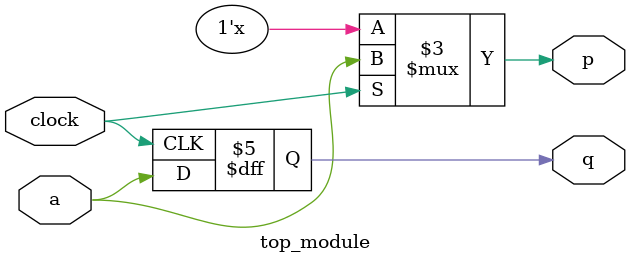
<source format=sv>
module top_module (
    input clock,
    input a,
    output reg p,
    output reg q
);

always @(negedge clock) begin
    q <= a;
end

always @(a or clock) begin
    if (clock)
        p <= a;
end

endmodule

</source>
